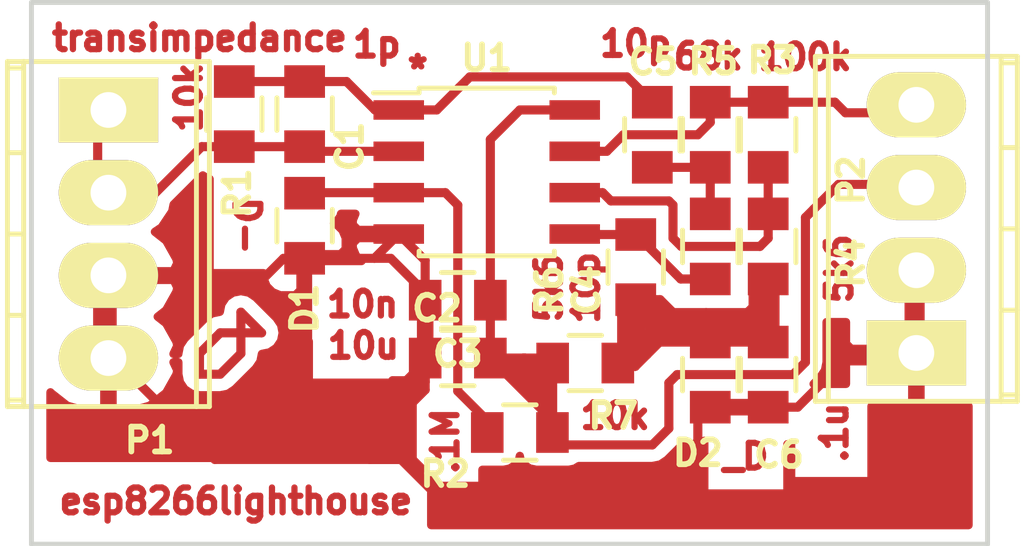
<source format=kicad_pcb>
(kicad_pcb (version 4) (host pcbnew 4.0.6-e0-6349~53~ubuntu16.04.1)

  (general
    (links 36)
    (no_connects 0)
    (area 35.839799 30.658999 67.843001 47.446001)
    (thickness 1.6)
    (drawings 22)
    (tracks 229)
    (zones 0)
    (modules 18)
    (nets 11)
  )

  (page User 134.62 134.62)
  (layers
    (0 F.Cu signal)
    (31 B.Cu signal)
    (32 B.Adhes user)
    (33 F.Adhes user)
    (34 B.Paste user)
    (35 F.Paste user)
    (36 B.SilkS user)
    (37 F.SilkS user)
    (38 B.Mask user)
    (39 F.Mask user)
    (40 Dwgs.User user)
    (41 Cmts.User user)
    (42 Eco1.User user)
    (43 Eco2.User user)
    (44 Edge.Cuts user)
    (45 Margin user)
    (46 B.CrtYd user)
    (47 F.CrtYd user)
    (48 B.Fab user)
    (49 F.Fab user)
  )

  (setup
    (last_trace_width 0.2794)
    (trace_clearance 0.2794)
    (zone_clearance 0.381)
    (zone_45_only no)
    (trace_min 0.2)
    (segment_width 0.2)
    (edge_width 0.15)
    (via_size 0.6)
    (via_drill 0.4)
    (via_min_size 0.4)
    (via_min_drill 0.3)
    (uvia_size 0.3)
    (uvia_drill 0.1)
    (uvias_allowed no)
    (uvia_min_size 0)
    (uvia_min_drill 0)
    (pcb_text_width 0.3)
    (pcb_text_size 0.762 0.762)
    (mod_edge_width 0.15)
    (mod_text_size 0.762 0.762)
    (mod_text_width 0.1778)
    (pad_size 1.99898 3.048)
    (pad_drill 1.09728)
    (pad_to_mask_clearance 0.2)
    (aux_axis_origin 0 0)
    (visible_elements FFFFFF7F)
    (pcbplotparams
      (layerselection 0x00000_00000001)
      (usegerberextensions false)
      (excludeedgelayer false)
      (linewidth 0.100000)
      (plotframeref false)
      (viasonmask false)
      (mode 1)
      (useauxorigin false)
      (hpglpennumber 1)
      (hpglpenspeed 20)
      (hpglpendiameter 15)
      (hpglpenoverlay 2)
      (psnegative false)
      (psa4output false)
      (plotreference true)
      (plotvalue true)
      (plotinvisibletext false)
      (padsonsilk false)
      (subtractmaskfromsilk false)
      (outputformat 2)
      (mirror false)
      (drillshape 0)
      (scaleselection 1)
      (outputdirectory ""))
  )

  (net 0 "")
  (net 1 "Net-(C1-Pad1)")
  (net 2 "Net-(C1-Pad2)")
  (net 3 +3V3)
  (net 4 GND)
  (net 5 "Net-(C4-Pad1)")
  (net 6 "Net-(C4-Pad2)")
  (net 7 "Net-(R3-Pad1)")
  (net 8 "Net-(P2-Pad4)")
  (net 9 VGND)
  (net 10 VG1)

  (net_class Default "This is the default net class."
    (clearance 0.2794)
    (trace_width 0.2794)
    (via_dia 0.6)
    (via_drill 0.4)
    (uvia_dia 0.3)
    (uvia_drill 0.1)
    (add_net +3V3)
    (add_net GND)
    (add_net "Net-(C1-Pad1)")
    (add_net "Net-(C1-Pad2)")
    (add_net "Net-(C4-Pad1)")
    (add_net "Net-(C4-Pad2)")
    (add_net "Net-(P2-Pad4)")
    (add_net "Net-(R3-Pad1)")
    (add_net VG1)
    (add_net VGND)
  )

  (module C_0805 (layer F.Cu) (tedit 58DD6B8B) (tstamp 58E0B6B1)
    (at 45.466 34.163 270)
    (descr "Capacitor SMD 0805, reflow soldering, AVX (see smccp.pdf)")
    (tags "capacitor 0805")
    (path /58DD3BE8)
    (attr smd)
    (fp_text reference C1 (at 0.99568 -1.38684 270) (layer F.SilkS)
      (effects (font (size 0.762 0.762) (thickness 0.1778)))
    )
    (fp_text value 10p (at 0.00508 0.03048 270) (layer F.Fab)
      (effects (font (size 0.762 0.762) (thickness 0.1778)))
    )
    (fp_line (start -1.8 -1) (end 1.8 -1) (layer F.CrtYd) (width 0.05))
    (fp_line (start -1.8 1) (end 1.8 1) (layer F.CrtYd) (width 0.05))
    (fp_line (start -1.8 -1) (end -1.8 1) (layer F.CrtYd) (width 0.05))
    (fp_line (start 1.8 -1) (end 1.8 1) (layer F.CrtYd) (width 0.05))
    (fp_line (start 0.5 -0.85) (end -0.5 -0.85) (layer F.SilkS) (width 0.15))
    (fp_line (start -0.5 0.85) (end 0.5 0.85) (layer F.SilkS) (width 0.15))
    (pad 1 smd rect (at -1 0 270) (size 1 1.25) (layers F.Cu F.Paste F.Mask)
      (net 1 "Net-(C1-Pad1)"))
    (pad 2 smd rect (at 1 0 270) (size 1 1.25) (layers F.Cu F.Paste F.Mask)
      (net 2 "Net-(C1-Pad2)"))
    (model Capacitors_SMD.3dshapes/C_0805.wrl
      (at (xyz 0 0 0))
      (scale (xyz 1 1 1))
      (rotate (xyz 0 0 0))
    )
  )

  (module C_0805 (layer F.Cu) (tedit 58DD5BCB) (tstamp 58E0B6BD)
    (at 50.165 41.656 180)
    (descr "Capacitor SMD 0805, reflow soldering, AVX (see smccp.pdf)")
    (tags "capacitor 0805")
    (path /58DD4042)
    (attr smd)
    (fp_text reference C2 (at 0.635 1.524 180) (layer F.SilkS)
      (effects (font (size 0.762 0.762) (thickness 0.1778)))
    )
    (fp_text value 10u (at 0 -0.02032 180) (layer F.Fab)
      (effects (font (size 0.762 0.762) (thickness 0.1778)))
    )
    (fp_line (start -1.8 -1) (end 1.8 -1) (layer F.CrtYd) (width 0.05))
    (fp_line (start -1.8 1) (end 1.8 1) (layer F.CrtYd) (width 0.05))
    (fp_line (start -1.8 -1) (end -1.8 1) (layer F.CrtYd) (width 0.05))
    (fp_line (start 1.8 -1) (end 1.8 1) (layer F.CrtYd) (width 0.05))
    (fp_line (start 0.5 -0.85) (end -0.5 -0.85) (layer F.SilkS) (width 0.15))
    (fp_line (start -0.5 0.85) (end 0.5 0.85) (layer F.SilkS) (width 0.15))
    (pad 1 smd rect (at -1 0 180) (size 1 1.25) (layers F.Cu F.Paste F.Mask)
      (net 3 +3V3))
    (pad 2 smd rect (at 1 0 180) (size 1 1.25) (layers F.Cu F.Paste F.Mask)
      (net 4 GND))
    (model Capacitors_SMD.3dshapes/C_0805.wrl
      (at (xyz 0 0 0))
      (scale (xyz 1 1 1))
      (rotate (xyz 0 0 0))
    )
  )

  (module C_0805 (layer F.Cu) (tedit 58DD5BCD) (tstamp 58E0B6C9)
    (at 50.165 39.878 180)
    (descr "Capacitor SMD 0805, reflow soldering, AVX (see smccp.pdf)")
    (tags "capacitor 0805")
    (path /58DD40AE)
    (attr smd)
    (fp_text reference C3 (at 0 -1.651 180) (layer F.SilkS)
      (effects (font (size 0.762 0.762) (thickness 0.1778)))
    )
    (fp_text value 10n (at 0.12192 0.02032 180) (layer F.Fab)
      (effects (font (size 0.762 0.762) (thickness 0.1778)))
    )
    (fp_line (start -1.8 -1) (end 1.8 -1) (layer F.CrtYd) (width 0.05))
    (fp_line (start -1.8 1) (end 1.8 1) (layer F.CrtYd) (width 0.05))
    (fp_line (start -1.8 -1) (end -1.8 1) (layer F.CrtYd) (width 0.05))
    (fp_line (start 1.8 -1) (end 1.8 1) (layer F.CrtYd) (width 0.05))
    (fp_line (start 0.5 -0.85) (end -0.5 -0.85) (layer F.SilkS) (width 0.15))
    (fp_line (start -0.5 0.85) (end 0.5 0.85) (layer F.SilkS) (width 0.15))
    (pad 1 smd rect (at -1 0 180) (size 1 1.25) (layers F.Cu F.Paste F.Mask)
      (net 3 +3V3))
    (pad 2 smd rect (at 1 0 180) (size 1 1.25) (layers F.Cu F.Paste F.Mask)
      (net 4 GND))
    (model Capacitors_SMD.3dshapes/C_0805.wrl
      (at (xyz 0 0 0))
      (scale (xyz 1 1 1))
      (rotate (xyz 0 0 0))
    )
  )

  (module C_0805 (layer F.Cu) (tedit 58DD6B59) (tstamp 58E0B6D5)
    (at 57.912 38.227 270)
    (descr "Capacitor SMD 0805, reflow soldering, AVX (see smccp.pdf)")
    (tags "capacitor 0805")
    (path /58DD469D)
    (attr smd)
    (fp_text reference C4 (at 1.3462 3.78968 450) (layer F.SilkS)
      (effects (font (size 0.762 0.762) (thickness 0.1778)))
    )
    (fp_text value 10p (at 0.03556 0.08128 270) (layer F.Fab)
      (effects (font (size 0.762 0.762) (thickness 0.1778)))
    )
    (fp_line (start -1.8 -1) (end 1.8 -1) (layer F.CrtYd) (width 0.05))
    (fp_line (start -1.8 1) (end 1.8 1) (layer F.CrtYd) (width 0.05))
    (fp_line (start -1.8 -1) (end -1.8 1) (layer F.CrtYd) (width 0.05))
    (fp_line (start 1.8 -1) (end 1.8 1) (layer F.CrtYd) (width 0.05))
    (fp_line (start 0.5 -0.85) (end -0.5 -0.85) (layer F.SilkS) (width 0.15))
    (fp_line (start -0.5 0.85) (end 0.5 0.85) (layer F.SilkS) (width 0.15))
    (pad 1 smd rect (at -1 0 270) (size 1 1.25) (layers F.Cu F.Paste F.Mask)
      (net 5 "Net-(C4-Pad1)"))
    (pad 2 smd rect (at 1 0 270) (size 1 1.25) (layers F.Cu F.Paste F.Mask)
      (net 6 "Net-(C4-Pad2)"))
    (model Capacitors_SMD.3dshapes/C_0805.wrl
      (at (xyz 0 0 0))
      (scale (xyz 1 1 1))
      (rotate (xyz 0 0 0))
    )
  )

  (module C_0805 (layer F.Cu) (tedit 58DD6B6C) (tstamp 58E0B6E1)
    (at 56.134 34.798 270)
    (descr "Capacitor SMD 0805, reflow soldering, AVX (see smccp.pdf)")
    (tags "capacitor 0805")
    (path /58DD4471)
    (attr smd)
    (fp_text reference C5 (at -2.24028 -0.03048 360) (layer F.SilkS)
      (effects (font (size 0.762 0.762) (thickness 0.1778)))
    )
    (fp_text value 10p (at 0.244263 0.1365 270) (layer F.Fab)
      (effects (font (size 0.762 0.762) (thickness 0.1778)))
    )
    (fp_line (start -1.8 -1) (end 1.8 -1) (layer F.CrtYd) (width 0.05))
    (fp_line (start -1.8 1) (end 1.8 1) (layer F.CrtYd) (width 0.05))
    (fp_line (start -1.8 -1) (end -1.8 1) (layer F.CrtYd) (width 0.05))
    (fp_line (start 1.8 -1) (end 1.8 1) (layer F.CrtYd) (width 0.05))
    (fp_line (start 0.5 -0.85) (end -0.5 -0.85) (layer F.SilkS) (width 0.15))
    (fp_line (start -0.5 0.85) (end 0.5 0.85) (layer F.SilkS) (width 0.15))
    (pad 1 smd rect (at -1 0 270) (size 1 1.25) (layers F.Cu F.Paste F.Mask)
      (net 1 "Net-(C1-Pad1)"))
    (pad 2 smd rect (at 1 0 270) (size 1 1.25) (layers F.Cu F.Paste F.Mask)
      (net 5 "Net-(C4-Pad1)"))
    (model Capacitors_SMD.3dshapes/C_0805.wrl
      (at (xyz 0 0 0))
      (scale (xyz 1 1 1))
      (rotate (xyz 0 0 0))
    )
  )

  (module TerminalBlock_Pheonix_MPT-2.54mm_4pol (layer F.Cu) (tedit 58DD6B3A) (tstamp 58E0B6F8)
    (at 39.4462 34.036 270)
    (descr "4-way 2.54mm pitch terminal block, Phoenix MPT series")
    (path /58DD428A)
    (fp_text reference P1 (at 10.14476 -1.26492 540) (layer F.SilkS)
      (effects (font (size 0.762 0.762) (thickness 0.1778)))
    )
    (fp_text value CONN_01X04 (at 5.31876 0.18288 270) (layer F.Fab)
      (effects (font (size 0.762 0.762) (thickness 0.1778)))
    )
    (fp_line (start -1.778 -3.302) (end 9.398 -3.302) (layer F.CrtYd) (width 0.05))
    (fp_line (start -1.778 3.302) (end -1.778 -3.302) (layer F.CrtYd) (width 0.05))
    (fp_line (start 9.398 3.302) (end -1.778 3.302) (layer F.CrtYd) (width 0.05))
    (fp_line (start 9.398 -3.302) (end 9.398 3.302) (layer F.CrtYd) (width 0.05))
    (fp_line (start 9.11098 -3.0988) (end -1.49098 -3.0988) (layer F.SilkS) (width 0.15))
    (fp_line (start -1.49098 -2.70002) (end 9.11098 -2.70002) (layer F.SilkS) (width 0.15))
    (fp_line (start -1.49098 2.60096) (end 9.11098 2.60096) (layer F.SilkS) (width 0.15))
    (fp_line (start 9.11098 3.0988) (end -1.49098 3.0988) (layer F.SilkS) (width 0.15))
    (fp_line (start 6.30682 2.60096) (end 6.30682 3.0988) (layer F.SilkS) (width 0.15))
    (fp_line (start 3.81 2.60096) (end 3.81 3.0988) (layer F.SilkS) (width 0.15))
    (fp_line (start -1.28778 3.0988) (end -1.28778 2.60096) (layer F.SilkS) (width 0.15))
    (fp_line (start 8.91032 2.60096) (end 8.91032 3.0988) (layer F.SilkS) (width 0.15))
    (fp_line (start 1.31318 3.0988) (end 1.31318 2.60096) (layer F.SilkS) (width 0.15))
    (fp_line (start 9.10844 3.0988) (end 9.10844 -3.0988) (layer F.SilkS) (width 0.15))
    (fp_line (start -1.4859 -3.0988) (end -1.4859 3.0988) (layer F.SilkS) (width 0.15))
    (pad 4 thru_hole oval (at 7.62 0 90) (size 1.99898 3.048) (drill 1.09728) (layers *.Cu *.Mask F.SilkS)
      (net 4 GND))
    (pad 1 thru_hole rect (at 0 0 90) (size 1.99898 3.048) (drill 1.09728) (layers *.Cu *.Mask F.SilkS)
      (net 2 "Net-(C1-Pad2)"))
    (pad 2 thru_hole oval (at 2.54 0 90) (size 1.99898 3.048) (drill 1.09728) (layers *.Cu *.Mask F.SilkS)
      (net 2 "Net-(C1-Pad2)"))
    (pad 3 thru_hole oval (at 5.08 0 90) (size 1.99898 3.048) (drill 1.09728) (layers *.Cu *.Mask F.SilkS)
      (net 4 GND))
    (model Terminal_Blocks.3dshapes/TerminalBlock_Pheonix_MPT-2.54mm_4pol.wrl
      (at (xyz 0.15 0 0))
      (scale (xyz 1 1 1))
      (rotate (xyz 0 0 0))
    )
  )

  (module TerminalBlock_Pheonix_MPT-2.54mm_4pol (layer F.Cu) (tedit 58DDD0D4) (tstamp 58E0B70F)
    (at 64.2366 41.49852 90)
    (descr "4-way 2.54mm pitch terminal block, Phoenix MPT series")
    (path /58DD50F7)
    (fp_text reference P2 (at 5.30352 -2.0066 90) (layer F.SilkS)
      (effects (font (size 0.762 0.762) (thickness 0.1778)))
    )
    (fp_text value CONN_01X04 (at 4.2418 0.03556 90) (layer F.Fab)
      (effects (font (size 0.762 0.762) (thickness 0.1778)))
    )
    (fp_line (start -1.778 -3.302) (end 9.398 -3.302) (layer F.CrtYd) (width 0.05))
    (fp_line (start -1.778 3.302) (end -1.778 -3.302) (layer F.CrtYd) (width 0.05))
    (fp_line (start 9.398 3.302) (end -1.778 3.302) (layer F.CrtYd) (width 0.05))
    (fp_line (start 9.398 -3.302) (end 9.398 3.302) (layer F.CrtYd) (width 0.05))
    (fp_line (start 9.11098 -3.0988) (end -1.49098 -3.0988) (layer F.SilkS) (width 0.15))
    (fp_line (start -1.49098 -2.70002) (end 9.11098 -2.70002) (layer F.SilkS) (width 0.15))
    (fp_line (start -1.49098 2.60096) (end 9.11098 2.60096) (layer F.SilkS) (width 0.15))
    (fp_line (start 9.11098 3.0988) (end -1.49098 3.0988) (layer F.SilkS) (width 0.15))
    (fp_line (start 6.30682 2.60096) (end 6.30682 3.0988) (layer F.SilkS) (width 0.15))
    (fp_line (start 3.81 2.60096) (end 3.81 3.0988) (layer F.SilkS) (width 0.15))
    (fp_line (start -1.28778 3.0988) (end -1.28778 2.60096) (layer F.SilkS) (width 0.15))
    (fp_line (start 8.91032 2.60096) (end 8.91032 3.0988) (layer F.SilkS) (width 0.15))
    (fp_line (start 1.31318 3.0988) (end 1.31318 2.60096) (layer F.SilkS) (width 0.15))
    (fp_line (start 9.10844 3.0988) (end 9.10844 -3.0988) (layer F.SilkS) (width 0.15))
    (fp_line (start -1.4859 -3.0988) (end -1.4859 3.0988) (layer F.SilkS) (width 0.15))
    (pad 4 thru_hole oval (at 7.62 0 270) (size 1.99898 3.048) (drill 1.09728) (layers *.Cu *.Mask F.SilkS)
      (net 8 "Net-(P2-Pad4)"))
    (pad 1 thru_hole rect (at 0 0 270) (size 1.99898 3.048) (drill 1.09728) (layers *.Cu *.Mask F.SilkS)
      (net 4 GND))
    (pad 2 thru_hole oval (at 2.54 0 270) (size 1.99898 3.048) (drill 1.09728) (layers *.Cu *.Mask F.SilkS)
      (net 4 GND))
    (pad 3 thru_hole oval (at 5.08 0 270) (size 1.99898 3.048) (drill 1.09728) (layers *.Cu *.Mask F.SilkS)
      (net 3 +3V3))
    (model Terminal_Blocks.3dshapes/TerminalBlock_Pheonix_MPT-2.54mm_4pol.wrl
      (at (xyz 0.15 0 0))
      (scale (xyz 1 1 1))
      (rotate (xyz 0 0 0))
    )
  )

  (module C_0805 (layer F.Cu) (tedit 58DD6B86) (tstamp 58E0B71B)
    (at 43.307 34.163 270)
    (descr "Capacitor SMD 0805, reflow soldering, AVX (see smccp.pdf)")
    (tags "capacitor 0805")
    (path /58DD3BB5)
    (attr smd)
    (fp_text reference R1 (at 2.42824 -0.08636 270) (layer F.SilkS)
      (effects (font (size 0.762 0.762) (thickness 0.1778)))
    )
    (fp_text value 10k (at -0.15748 0.10668 270) (layer F.Fab)
      (effects (font (size 0.762 0.762) (thickness 0.1778)))
    )
    (fp_line (start -1.8 -1) (end 1.8 -1) (layer F.CrtYd) (width 0.05))
    (fp_line (start -1.8 1) (end 1.8 1) (layer F.CrtYd) (width 0.05))
    (fp_line (start -1.8 -1) (end -1.8 1) (layer F.CrtYd) (width 0.05))
    (fp_line (start 1.8 -1) (end 1.8 1) (layer F.CrtYd) (width 0.05))
    (fp_line (start 0.5 -0.85) (end -0.5 -0.85) (layer F.SilkS) (width 0.15))
    (fp_line (start -0.5 0.85) (end 0.5 0.85) (layer F.SilkS) (width 0.15))
    (pad 1 smd rect (at -1 0 270) (size 1 1.25) (layers F.Cu F.Paste F.Mask)
      (net 1 "Net-(C1-Pad1)"))
    (pad 2 smd rect (at 1 0 270) (size 1 1.25) (layers F.Cu F.Paste F.Mask)
      (net 2 "Net-(C1-Pad2)"))
    (model Capacitors_SMD.3dshapes/C_0805.wrl
      (at (xyz 0 0 0))
      (scale (xyz 1 1 1))
      (rotate (xyz 0 0 0))
    )
  )

  (module C_0805 (layer F.Cu) (tedit 58DD5BD1) (tstamp 58E0B727)
    (at 52.07 43.942 180)
    (descr "Capacitor SMD 0805, reflow soldering, AVX (see smccp.pdf)")
    (tags "capacitor 0805")
    (path /58DD3F94)
    (attr smd)
    (fp_text reference R2 (at 2.286 -1.27 180) (layer F.SilkS)
      (effects (font (size 0.762 0.762) (thickness 0.1778)))
    )
    (fp_text value 100k (at 0.01016 0.10668 180) (layer F.Fab)
      (effects (font (size 0.762 0.762) (thickness 0.1778)))
    )
    (fp_line (start -1.8 -1) (end 1.8 -1) (layer F.CrtYd) (width 0.05))
    (fp_line (start -1.8 1) (end 1.8 1) (layer F.CrtYd) (width 0.05))
    (fp_line (start -1.8 -1) (end -1.8 1) (layer F.CrtYd) (width 0.05))
    (fp_line (start 1.8 -1) (end 1.8 1) (layer F.CrtYd) (width 0.05))
    (fp_line (start 0.5 -0.85) (end -0.5 -0.85) (layer F.SilkS) (width 0.15))
    (fp_line (start -0.5 0.85) (end 0.5 0.85) (layer F.SilkS) (width 0.15))
    (pad 1 smd rect (at -1 0 180) (size 1 1.25) (layers F.Cu F.Paste F.Mask)
      (net 3 +3V3))
    (pad 2 smd rect (at 1 0 180) (size 1 1.25) (layers F.Cu F.Paste F.Mask)
      (net 10 VG1))
    (model Capacitors_SMD.3dshapes/C_0805.wrl
      (at (xyz 0 0 0))
      (scale (xyz 1 1 1))
      (rotate (xyz 0 0 0))
    )
  )

  (module C_0805 (layer F.Cu) (tedit 58DD62C6) (tstamp 58E0B733)
    (at 59.69 34.798 90)
    (descr "Capacitor SMD 0805, reflow soldering, AVX (see smccp.pdf)")
    (tags "capacitor 0805")
    (path /58DD4B32)
    (attr smd)
    (fp_text reference R3 (at 2.286 0.127 180) (layer F.SilkS)
      (effects (font (size 0.762 0.762) (thickness 0.1778)))
    )
    (fp_text value 106k (at -0.06604 -0.03556 90) (layer F.Fab)
      (effects (font (size 0.762 0.762) (thickness 0.1778)))
    )
    (fp_line (start -1.8 -1) (end 1.8 -1) (layer F.CrtYd) (width 0.05))
    (fp_line (start -1.8 1) (end 1.8 1) (layer F.CrtYd) (width 0.05))
    (fp_line (start -1.8 -1) (end -1.8 1) (layer F.CrtYd) (width 0.05))
    (fp_line (start 1.8 -1) (end 1.8 1) (layer F.CrtYd) (width 0.05))
    (fp_line (start 0.5 -0.85) (end -0.5 -0.85) (layer F.SilkS) (width 0.15))
    (fp_line (start -0.5 0.85) (end 0.5 0.85) (layer F.SilkS) (width 0.15))
    (pad 1 smd rect (at -1 0 90) (size 1 1.25) (layers F.Cu F.Paste F.Mask)
      (net 7 "Net-(R3-Pad1)"))
    (pad 2 smd rect (at 1 0 90) (size 1 1.25) (layers F.Cu F.Paste F.Mask)
      (net 8 "Net-(P2-Pad4)"))
    (model Capacitors_SMD.3dshapes/C_0805.wrl
      (at (xyz 0 0 0))
      (scale (xyz 1 1 1))
      (rotate (xyz 0 0 0))
    )
  )

  (module C_0805 (layer F.Cu) (tedit 58DDD0E9) (tstamp 58E0B73F)
    (at 59.69 38.227 90)
    (descr "Capacitor SMD 0805, reflow soldering, AVX (see smccp.pdf)")
    (tags "capacitor 0805")
    (path /58DD4ACF)
    (attr smd)
    (fp_text reference R4 (at -0.508 2.54 270) (layer F.SilkS)
      (effects (font (size 0.762 0.762) (thickness 0.1778)))
    )
    (fp_text value 5.6k (at 0.04572 0.1016 90) (layer F.Fab)
      (effects (font (size 0.762 0.762) (thickness 0.1778)))
    )
    (fp_line (start -1.8 -1) (end 1.8 -1) (layer F.CrtYd) (width 0.05))
    (fp_line (start -1.8 1) (end 1.8 1) (layer F.CrtYd) (width 0.05))
    (fp_line (start -1.8 -1) (end -1.8 1) (layer F.CrtYd) (width 0.05))
    (fp_line (start 1.8 -1) (end 1.8 1) (layer F.CrtYd) (width 0.05))
    (fp_line (start 0.5 -0.85) (end -0.5 -0.85) (layer F.SilkS) (width 0.15))
    (fp_line (start -0.5 0.85) (end 0.5 0.85) (layer F.SilkS) (width 0.15))
    (pad 1 smd rect (at -1 0 90) (size 1 1.25) (layers F.Cu F.Paste F.Mask)
      (net 9 VGND))
    (pad 2 smd rect (at 1 0 90) (size 1 1.25) (layers F.Cu F.Paste F.Mask)
      (net 7 "Net-(R3-Pad1)"))
    (model Capacitors_SMD.3dshapes/C_0805.wrl
      (at (xyz 0 0 0))
      (scale (xyz 1 1 1))
      (rotate (xyz 0 0 0))
    )
  )

  (module C_0805 (layer F.Cu) (tedit 58DD6B73) (tstamp 58E0B74B)
    (at 57.912 34.798 90)
    (descr "Capacitor SMD 0805, reflow soldering, AVX (see smccp.pdf)")
    (tags "capacitor 0805")
    (path /58DD4557)
    (attr smd)
    (fp_text reference R5 (at 2.25044 0.09144 180) (layer F.SilkS)
      (effects (font (size 0.762 0.762) (thickness 0.1778)))
    )
    (fp_text value 68k (at 0.29972 0.02032 90) (layer F.Fab)
      (effects (font (size 0.762 0.762) (thickness 0.1778)))
    )
    (fp_line (start -1.8 -1) (end 1.8 -1) (layer F.CrtYd) (width 0.05))
    (fp_line (start -1.8 1) (end 1.8 1) (layer F.CrtYd) (width 0.05))
    (fp_line (start -1.8 -1) (end -1.8 1) (layer F.CrtYd) (width 0.05))
    (fp_line (start 1.8 -1) (end 1.8 1) (layer F.CrtYd) (width 0.05))
    (fp_line (start 0.5 -0.85) (end -0.5 -0.85) (layer F.SilkS) (width 0.15))
    (fp_line (start -0.5 0.85) (end 0.5 0.85) (layer F.SilkS) (width 0.15))
    (pad 1 smd rect (at -1 0 90) (size 1 1.25) (layers F.Cu F.Paste F.Mask)
      (net 5 "Net-(C4-Pad1)"))
    (pad 2 smd rect (at 1 0 90) (size 1 1.25) (layers F.Cu F.Paste F.Mask)
      (net 8 "Net-(P2-Pad4)"))
    (model Capacitors_SMD.3dshapes/C_0805.wrl
      (at (xyz 0 0 0))
      (scale (xyz 1 1 1))
      (rotate (xyz 0 0 0))
    )
  )

  (module C_0805 (layer F.Cu) (tedit 58DD6B5C) (tstamp 58E0B757)
    (at 55.626 38.862 90)
    (descr "Capacitor SMD 0805, reflow soldering, AVX (see smccp.pdf)")
    (tags "capacitor 0805")
    (path /58DD4928)
    (attr smd)
    (fp_text reference R6 (at -0.7112 -2.64668 90) (layer F.SilkS)
      (effects (font (size 0.762 0.762) (thickness 0.1778)))
    )
    (fp_text value 5.6k (at -0.08636 -0.05588 90) (layer F.Fab)
      (effects (font (size 0.762 0.762) (thickness 0.1778)))
    )
    (fp_line (start -1.8 -1) (end 1.8 -1) (layer F.CrtYd) (width 0.05))
    (fp_line (start -1.8 1) (end 1.8 1) (layer F.CrtYd) (width 0.05))
    (fp_line (start -1.8 -1) (end -1.8 1) (layer F.CrtYd) (width 0.05))
    (fp_line (start 1.8 -1) (end 1.8 1) (layer F.CrtYd) (width 0.05))
    (fp_line (start 0.5 -0.85) (end -0.5 -0.85) (layer F.SilkS) (width 0.15))
    (fp_line (start -0.5 0.85) (end 0.5 0.85) (layer F.SilkS) (width 0.15))
    (pad 1 smd rect (at -1 0 90) (size 1 1.25) (layers F.Cu F.Paste F.Mask)
      (net 9 VGND))
    (pad 2 smd rect (at 1 0 90) (size 1 1.25) (layers F.Cu F.Paste F.Mask)
      (net 6 "Net-(C4-Pad2)"))
    (model Capacitors_SMD.3dshapes/C_0805.wrl
      (at (xyz 0 0 0))
      (scale (xyz 1 1 1))
      (rotate (xyz 0 0 0))
    )
  )

  (module SOIC-8_3.9x4.9mm_Pitch1.27mm (layer F.Cu) (tedit 58DD5BC6) (tstamp 58E0B76E)
    (at 51.054 35.941)
    (descr "8-Lead Plastic Small Outline (SN) - Narrow, 3.90 mm Body [SOIC] (see Microchip Packaging Specification 00000049BS.pdf)")
    (tags "SOIC 1.27")
    (path /58DD3B39)
    (attr smd)
    (fp_text reference U1 (at 0 -3.5) (layer F.SilkS)
      (effects (font (size 0.762 0.762) (thickness 0.1778)))
    )
    (fp_text value DUALOPAMP (at -0.31496 1.27508) (layer F.Fab)
      (effects (font (size 0.762 0.762) (thickness 0.1778)))
    )
    (fp_line (start -3.75 -2.75) (end -3.75 2.75) (layer F.CrtYd) (width 0.05))
    (fp_line (start 3.75 -2.75) (end 3.75 2.75) (layer F.CrtYd) (width 0.05))
    (fp_line (start -3.75 -2.75) (end 3.75 -2.75) (layer F.CrtYd) (width 0.05))
    (fp_line (start -3.75 2.75) (end 3.75 2.75) (layer F.CrtYd) (width 0.05))
    (fp_line (start -2.075 -2.575) (end -2.075 -2.43) (layer F.SilkS) (width 0.15))
    (fp_line (start 2.075 -2.575) (end 2.075 -2.43) (layer F.SilkS) (width 0.15))
    (fp_line (start 2.075 2.575) (end 2.075 2.43) (layer F.SilkS) (width 0.15))
    (fp_line (start -2.075 2.575) (end -2.075 2.43) (layer F.SilkS) (width 0.15))
    (fp_line (start -2.075 -2.575) (end 2.075 -2.575) (layer F.SilkS) (width 0.15))
    (fp_line (start -2.075 2.575) (end 2.075 2.575) (layer F.SilkS) (width 0.15))
    (fp_line (start -2.075 -2.43) (end -3.475 -2.43) (layer F.SilkS) (width 0.15))
    (pad 1 smd rect (at -2.7 -1.905) (size 1.55 0.6) (layers F.Cu F.Paste F.Mask)
      (net 1 "Net-(C1-Pad1)"))
    (pad 2 smd rect (at -2.7 -0.635) (size 1.55 0.6) (layers F.Cu F.Paste F.Mask)
      (net 2 "Net-(C1-Pad2)"))
    (pad 3 smd rect (at -2.7 0.635) (size 1.55 0.6) (layers F.Cu F.Paste F.Mask)
      (net 10 VG1))
    (pad 4 smd rect (at -2.7 1.905) (size 1.55 0.6) (layers F.Cu F.Paste F.Mask)
      (net 4 GND))
    (pad 5 smd rect (at 2.7 1.905) (size 1.55 0.6) (layers F.Cu F.Paste F.Mask)
      (net 6 "Net-(C4-Pad2)"))
    (pad 6 smd rect (at 2.7 0.635) (size 1.55 0.6) (layers F.Cu F.Paste F.Mask)
      (net 7 "Net-(R3-Pad1)"))
    (pad 7 smd rect (at 2.7 -0.635) (size 1.55 0.6) (layers F.Cu F.Paste F.Mask)
      (net 8 "Net-(P2-Pad4)"))
    (pad 8 smd rect (at 2.7 -1.905) (size 1.55 0.6) (layers F.Cu F.Paste F.Mask)
      (net 3 +3V3))
    (model Housings_SOIC.3dshapes/SOIC-8_3.9x4.9mm_Pitch1.27mm.wrl
      (at (xyz 0 0 0))
      (scale (xyz 1 1 1))
      (rotate (xyz 0 0 0))
    )
  )

  (module C_0805 (layer F.Cu) (tedit 58DD5BC8) (tstamp 58E0B7E8)
    (at 45.466 37.592 90)
    (descr "Capacitor SMD 0805, reflow soldering, AVX (see smccp.pdf)")
    (tags "capacitor 0805")
    (path /58DD3E79)
    (attr smd)
    (fp_text reference D1 (at -2.54 0 90) (layer F.SilkS)
      (effects (font (size 0.762 0.762) (thickness 0.1778)))
    )
    (fp_text value BLUE (at -0.22352 -0.17272 90) (layer F.Fab)
      (effects (font (size 0.762 0.762) (thickness 0.1778)))
    )
    (fp_line (start -1.8 -1) (end 1.8 -1) (layer F.CrtYd) (width 0.05))
    (fp_line (start -1.8 1) (end 1.8 1) (layer F.CrtYd) (width 0.05))
    (fp_line (start -1.8 -1) (end -1.8 1) (layer F.CrtYd) (width 0.05))
    (fp_line (start 1.8 -1) (end 1.8 1) (layer F.CrtYd) (width 0.05))
    (fp_line (start 0.5 -0.85) (end -0.5 -0.85) (layer F.SilkS) (width 0.15))
    (fp_line (start -0.5 0.85) (end 0.5 0.85) (layer F.SilkS) (width 0.15))
    (pad 1 smd rect (at -1 0 90) (size 1 1.25) (layers F.Cu F.Paste F.Mask)
      (net 4 GND))
    (pad 2 smd rect (at 1 0 90) (size 1 1.25) (layers F.Cu F.Paste F.Mask)
      (net 10 VG1))
    (model Capacitors_SMD.3dshapes/C_0805.wrl
      (at (xyz 0 0 0))
      (scale (xyz 1 1 1))
      (rotate (xyz 0 0 0))
    )
  )

  (module C_0805 (layer F.Cu) (tedit 58DD6B47) (tstamp 58E0B9E6)
    (at 59.69 42.164 270)
    (descr "Capacitor SMD 0805, reflow soldering, AVX (see smccp.pdf)")
    (tags "capacitor 0805")
    (path /58DD59D8)
    (attr smd)
    (fp_text reference C6 (at 2.4638 -0.3302 360) (layer F.SilkS)
      (effects (font (size 0.762 0.762) (thickness 0.1778)))
    )
    (fp_text value 100n (at 0.197566 -0.542407 270) (layer F.Fab)
      (effects (font (size 0.762 0.762) (thickness 0.1778)))
    )
    (fp_line (start -1.8 -1) (end 1.8 -1) (layer F.CrtYd) (width 0.05))
    (fp_line (start -1.8 1) (end 1.8 1) (layer F.CrtYd) (width 0.05))
    (fp_line (start -1.8 -1) (end -1.8 1) (layer F.CrtYd) (width 0.05))
    (fp_line (start 1.8 -1) (end 1.8 1) (layer F.CrtYd) (width 0.05))
    (fp_line (start 0.5 -0.85) (end -0.5 -0.85) (layer F.SilkS) (width 0.15))
    (fp_line (start -0.5 0.85) (end 0.5 0.85) (layer F.SilkS) (width 0.15))
    (pad 1 smd rect (at -1 0 270) (size 1 1.25) (layers F.Cu F.Paste F.Mask)
      (net 9 VGND))
    (pad 2 smd rect (at 1 0 270) (size 1 1.25) (layers F.Cu F.Paste F.Mask)
      (net 4 GND))
    (model Capacitors_SMD.3dshapes/C_0805.wrl
      (at (xyz 0 0 0))
      (scale (xyz 1 1 1))
      (rotate (xyz 0 0 0))
    )
  )

  (module C_0805 (layer F.Cu) (tedit 58DD6B45) (tstamp 58E0C00C)
    (at 57.912 42.164 90)
    (descr "Capacitor SMD 0805, reflow soldering, AVX (see smccp.pdf)")
    (tags "capacitor 0805")
    (path /58DD6110)
    (attr smd)
    (fp_text reference D2 (at -2.40792 -0.381 180) (layer F.SilkS)
      (effects (font (size 0.762 0.762) (thickness 0.1778)))
    )
    (fp_text value BLUE (at -0.14224 0.02032 90) (layer F.Fab)
      (effects (font (size 0.762 0.762) (thickness 0.1778)))
    )
    (fp_line (start -1.8 -1) (end 1.8 -1) (layer F.CrtYd) (width 0.05))
    (fp_line (start -1.8 1) (end 1.8 1) (layer F.CrtYd) (width 0.05))
    (fp_line (start -1.8 -1) (end -1.8 1) (layer F.CrtYd) (width 0.05))
    (fp_line (start 1.8 -1) (end 1.8 1) (layer F.CrtYd) (width 0.05))
    (fp_line (start 0.5 -0.85) (end -0.5 -0.85) (layer F.SilkS) (width 0.15))
    (fp_line (start -0.5 0.85) (end 0.5 0.85) (layer F.SilkS) (width 0.15))
    (pad 1 smd rect (at -1 0 90) (size 1 1.25) (layers F.Cu F.Paste F.Mask)
      (net 4 GND))
    (pad 2 smd rect (at 1 0 90) (size 1 1.25) (layers F.Cu F.Paste F.Mask)
      (net 9 VGND))
    (model Capacitors_SMD.3dshapes/C_0805.wrl
      (at (xyz 0 0 0))
      (scale (xyz 1 1 1))
      (rotate (xyz 0 0 0))
    )
  )

  (module C_0805 (layer F.Cu) (tedit 58DD6B53) (tstamp 58E0C018)
    (at 54.0766 41.8084)
    (descr "Capacitor SMD 0805, reflow soldering, AVX (see smccp.pdf)")
    (tags "capacitor 0805")
    (path /58DD634D)
    (attr smd)
    (fp_text reference R7 (at 0.85852 1.62052) (layer F.SilkS)
      (effects (font (size 0.762 0.762) (thickness 0.1778)))
    )
    (fp_text value 10k (at -0.14224 0.16256) (layer F.Fab)
      (effects (font (size 0.762 0.762) (thickness 0.1778)))
    )
    (fp_line (start -1.8 -1) (end 1.8 -1) (layer F.CrtYd) (width 0.05))
    (fp_line (start -1.8 1) (end 1.8 1) (layer F.CrtYd) (width 0.05))
    (fp_line (start -1.8 -1) (end -1.8 1) (layer F.CrtYd) (width 0.05))
    (fp_line (start 1.8 -1) (end 1.8 1) (layer F.CrtYd) (width 0.05))
    (fp_line (start 0.5 -0.85) (end -0.5 -0.85) (layer F.SilkS) (width 0.15))
    (fp_line (start -0.5 0.85) (end 0.5 0.85) (layer F.SilkS) (width 0.15))
    (pad 1 smd rect (at -1 0) (size 1 1.25) (layers F.Cu F.Paste F.Mask)
      (net 3 +3V3))
    (pad 2 smd rect (at 1 0) (size 1 1.25) (layers F.Cu F.Paste F.Mask)
      (net 9 VGND))
    (model Capacitors_SMD.3dshapes/C_0805.wrl
      (at (xyz 0 0 0))
      (scale (xyz 1 1 1))
      (rotate (xyz 0 0 0))
    )
  )

  (gr_line (start 37.084 47.371) (end 37.084 30.734) (angle 90) (layer Edge.Cuts) (width 0.15))
  (gr_line (start 66.421 47.371) (end 37.084 47.371) (angle 90) (layer Edge.Cuts) (width 0.15))
  (gr_line (start 66.421 30.734) (end 66.421 47.371) (angle 90) (layer Edge.Cuts) (width 0.15))
  (gr_line (start 37.084 30.734) (end 66.421 30.734) (angle 90) (layer Edge.Cuts) (width 0.15))
  (gr_text esp8266lighthouse (at 43.3578 46.0502) (layer F.Cu)
    (effects (font (size 0.762 0.762) (thickness 0.1905)))
  )
  (gr_text transimpedance (at 42.2402 31.8262) (layer F.Cu)
    (effects (font (size 0.762 0.762) (thickness 0.1905)))
  )
  (gr_text 5k6 (at 61.8744 38.9128 90) (layer F.Cu)
    (effects (font (size 0.762 0.762) (thickness 0.1905)))
  )
  (gr_text 10p (at 54.102 39.497 90) (layer F.Cu)
    (effects (font (size 0.762 0.762) (thickness 0.1905)))
  )
  (gr_text .1u (at 61.722 43.942 90) (layer F.Cu)
    (effects (font (size 0.762 0.762) (thickness 0.1905)))
  )
  (gr_text _D (at 59.0042 44.6786) (layer F.Cu)
    (effects (font (size 0.762 0.762) (thickness 0.1905)))
  )
  (gr_text 5k6 (at 52.959 39.497 90) (layer F.Cu)
    (effects (font (size 0.762 0.762) (thickness 0.1905)))
  )
  (gr_text 100k (at 60.82284 32.4104) (layer F.Cu)
    (effects (font (size 0.762 0.762) (thickness 0.1905)))
  )
  (gr_text 68k (at 57.85104 32.39008) (layer F.Cu)
    (effects (font (size 0.762 0.762) (thickness 0.1905)))
  )
  (gr_text 10p (at 55.626 32.004) (layer F.Cu)
    (effects (font (size 0.762 0.762) (thickness 0.1905)))
  )
  (gr_text * (at 48.93564 32.7914) (layer F.Cu)
    (effects (font (size 0.762 0.762) (thickness 0.1905)))
  )
  (gr_text 10k (at 54.991 43.434) (layer F.Cu)
    (effects (font (size 0.762 0.762) (thickness 0.1905)))
  )
  (gr_text 10u (at 47.2694 41.275) (layer F.Cu)
    (effects (font (size 0.762 0.762) (thickness 0.1905)))
  )
  (gr_text 10n (at 47.244 40.005) (layer F.Cu)
    (effects (font (size 0.762 0.762) (thickness 0.1905)))
  )
  (gr_text 1p (at 47.68088 32.02432) (layer F.Cu)
    (effects (font (size 0.762 0.762) (thickness 0.1905)))
  )
  (gr_text 10k (at 41.91 33.655 90) (layer F.Cu)
    (effects (font (size 0.762 0.762) (thickness 0.1905)))
  )
  (gr_text D- (at 43.688 37.592 270) (layer F.Cu)
    (effects (font (size 0.762 0.762) (thickness 0.1905)))
  )
  (gr_text .1M (at 49.784 44.20616 90) (layer F.Cu)
    (effects (font (size 0.762 0.762) (thickness 0.1905)))
  )

  (segment (start 42.2402 42.1513) (end 42.2402 41.5163) (width 0.2794) (layer F.Cu) (net 0))
  (segment (start 42.8752 42.1513) (end 42.2402 42.1513) (width 0.2794) (layer F.Cu) (net 0) (tstamp 58E0BF61))
  (segment (start 43.5102 41.5163) (end 42.8752 42.1513) (width 0.2794) (layer F.Cu) (net 0) (tstamp 58E0BF60))
  (segment (start 43.5102 40.8813) (end 43.5102 41.5163) (width 0.2794) (layer F.Cu) (net 0) (tstamp 58E0BF5F))
  (segment (start 42.8752 40.8813) (end 43.5102 40.8813) (width 0.2794) (layer F.Cu) (net 0) (tstamp 58E0BF5B))
  (segment (start 42.2402 41.5163) (end 42.8752 40.8813) (width 0.2794) (layer F.Cu) (net 0) (tstamp 58E0BF5A))
  (segment (start 43.5102 40.8813) (end 43.5102 40.2463) (width 0.2794) (layer F.Cu) (net 0) (tstamp 58E0BF5C))
  (segment (start 43.5102 40.2463) (end 44.1452 40.8813) (width 0.2794) (layer F.Cu) (net 0) (tstamp 58E0BF5D))
  (segment (start 44.1452 40.8813) (end 43.5102 40.8813) (width 0.2794) (layer F.Cu) (net 0) (tstamp 58E0BF5E))
  (segment (start 50.21148 33.34436) (end 50.53584 33.02) (width 0.2794) (layer F.Cu) (net 1))
  (segment (start 49.51984 34.036) (end 50.21148 33.34436) (width 0.2794) (layer F.Cu) (net 1) (tstamp 58E0C24F))
  (segment (start 48.354 34.036) (end 49.51984 34.036) (width 0.2794) (layer F.Cu) (net 1))
  (segment (start 55.356 33.02) (end 56.134 33.798) (width 0.2794) (layer F.Cu) (net 1) (tstamp 58E0C486))
  (segment (start 50.53584 33.02) (end 55.356 33.02) (width 0.2794) (layer F.Cu) (net 1) (tstamp 58E0C485))
  (segment (start 45.466 33.163) (end 43.307 33.163) (width 0.2794) (layer F.Cu) (net 1))
  (segment (start 48.354 34.036) (end 47.625 34.036) (width 0.2794) (layer F.Cu) (net 1))
  (segment (start 47.625 34.036) (end 46.752 33.163) (width 0.2794) (layer F.Cu) (net 1) (tstamp 58E0BA34))
  (segment (start 46.752 33.163) (end 45.466 33.163) (width 0.2794) (layer F.Cu) (net 1) (tstamp 58E0BA35))
  (segment (start 42.307 35.163) (end 43.307 35.163) (width 0.2794) (layer F.Cu) (net 2) (tstamp 58E0BCDE))
  (segment (start 45.466 35.163) (end 43.307 35.163) (width 0.2794) (layer F.Cu) (net 2))
  (segment (start 48.354 35.306) (end 45.609 35.306) (width 0.2794) (layer F.Cu) (net 2))
  (segment (start 45.609 35.306) (end 45.466 35.163) (width 0.2794) (layer F.Cu) (net 2) (tstamp 58E0BA2F))
  (segment (start 39.116 36.703) (end 40.767 36.703) (width 0.2794) (layer F.Cu) (net 2))
  (segment (start 40.767 36.703) (end 42.307 35.163) (width 0.2794) (layer F.Cu) (net 2) (tstamp 58E0BCDC))
  (segment (start 39.116 36.703) (end 39.116 34.163) (width 0.2794) (layer F.Cu) (net 2))
  (segment (start 52.46116 41.8846) (end 51.74488 41.8846) (width 0.2794) (layer F.Cu) (net 3))
  (segment (start 51.74488 41.8846) (end 51.56924 42.06024) (width 0.2794) (layer F.Cu) (net 3) (tstamp 58E0C8D2))
  (segment (start 51.56924 42.06024) (end 51.165 41.656) (width 0.2794) (layer F.Cu) (net 3) (tstamp 58E0C8D4))
  (segment (start 52.16652 41.656) (end 52.23256 41.656) (width 0.2794) (layer F.Cu) (net 3))
  (segment (start 52.23256 41.656) (end 52.46116 41.8846) (width 0.2794) (layer F.Cu) (net 3) (tstamp 58E0C8CD))
  (segment (start 52.46116 41.8846) (end 52.47132 41.89476) (width 0.2794) (layer F.Cu) (net 3) (tstamp 58E0C8D0))
  (segment (start 53.0766 41.8084) (end 52.76596 41.8084) (width 0.2794) (layer F.Cu) (net 3))
  (segment (start 52.76596 41.8084) (end 52.6796 41.89476) (width 0.2794) (layer F.Cu) (net 3) (tstamp 58E0C8C1))
  (segment (start 52.6796 41.89476) (end 52.47132 41.89476) (width 0.2794) (layer F.Cu) (net 3) (tstamp 58E0C8C2))
  (segment (start 52.15128 42.10304) (end 52.26304 42.10304) (width 0.2794) (layer F.Cu) (net 3))
  (segment (start 52.26304 42.10304) (end 52.47132 41.89476) (width 0.2794) (layer F.Cu) (net 3) (tstamp 58E0C8BE))
  (segment (start 52.47132 41.89476) (end 52.49164 41.87444) (width 0.2794) (layer F.Cu) (net 3) (tstamp 58E0C8C5))
  (segment (start 52.23002 42.18178) (end 52.23002 42.4307) (width 0.2794) (layer F.Cu) (net 3))
  (segment (start 52.23002 42.4307) (end 52.71516 42.91584) (width 0.2794) (layer F.Cu) (net 3) (tstamp 58E0C8BB))
  (segment (start 51.165 41.656) (end 51.49596 41.656) (width 0.2794) (layer F.Cu) (net 3))
  (segment (start 51.49596 41.656) (end 51.73472 41.89476) (width 0.2794) (layer F.Cu) (net 3) (tstamp 58E0C8A8))
  (segment (start 52.8574 43.14444) (end 52.91328 43.20032) (width 0.2794) (layer F.Cu) (net 3) (tstamp 58E0C8B6))
  (segment (start 52.8574 43.021) (end 52.8574 43.14444) (width 0.2794) (layer F.Cu) (net 3) (tstamp 58E0C8B5))
  (segment (start 52.94884 42.92956) (end 52.8574 43.021) (width 0.2794) (layer F.Cu) (net 3) (tstamp 58E0C8B4))
  (segment (start 52.94884 42.83456) (end 52.94884 42.92956) (width 0.2794) (layer F.Cu) (net 3) (tstamp 58E0C8B3))
  (segment (start 52.46624 42.35196) (end 52.94884 42.83456) (width 0.2794) (layer F.Cu) (net 3) (tstamp 58E0C8B2))
  (segment (start 52.4002 42.35196) (end 52.46624 42.35196) (width 0.2794) (layer F.Cu) (net 3) (tstamp 58E0C8B1))
  (segment (start 52.15128 42.10304) (end 52.23002 42.18178) (width 0.2794) (layer F.Cu) (net 3) (tstamp 58E0C8B0))
  (segment (start 52.23002 42.18178) (end 52.4002 42.35196) (width 0.2794) (layer F.Cu) (net 3) (tstamp 58E0C8B9))
  (segment (start 51.8922 42.10304) (end 52.15128 42.10304) (width 0.2794) (layer F.Cu) (net 3) (tstamp 58E0C8AF))
  (segment (start 52.0954 42.30624) (end 51.8922 42.10304) (width 0.2794) (layer F.Cu) (net 3) (tstamp 58E0C8AE))
  (segment (start 52.0954 42.3672) (end 52.0954 42.30624) (width 0.2794) (layer F.Cu) (net 3) (tstamp 58E0C8AD))
  (segment (start 52.2732 42.545) (end 52.0954 42.3672) (width 0.2794) (layer F.Cu) (net 3) (tstamp 58E0C8AC))
  (segment (start 52.90312 42.545) (end 52.2732 42.545) (width 0.2794) (layer F.Cu) (net 3) (tstamp 58E0C8AB))
  (segment (start 52.25288 41.89476) (end 52.90312 42.545) (width 0.2794) (layer F.Cu) (net 3) (tstamp 58E0C8AA))
  (segment (start 51.73472 41.89476) (end 52.25288 41.89476) (width 0.2794) (layer F.Cu) (net 3) (tstamp 58E0C8A9))
  (segment (start 53.07 43.942) (end 53.07 43.561) (width 0.2794) (layer F.Cu) (net 3))
  (segment (start 53.07 43.561) (end 51.165 41.656) (width 0.2794) (layer F.Cu) (net 3) (tstamp 58E0C8A5))
  (segment (start 51.165 39.878) (end 51.165 34.941) (width 0.2794) (layer F.Cu) (net 3))
  (segment (start 52.07 34.036) (end 53.754 34.036) (width 0.2794) (layer F.Cu) (net 3) (tstamp 58E0C6B6))
  (segment (start 51.165 34.941) (end 52.07 34.036) (width 0.2794) (layer F.Cu) (net 3) (tstamp 58E0C6B5))
  (segment (start 51.165 41.656) (end 51.165 39.878) (width 0.2794) (layer F.Cu) (net 3))
  (segment (start 53.0766 41.8084) (end 53.0766 43.9354) (width 0.2794) (layer F.Cu) (net 3))
  (segment (start 53.0766 43.9354) (end 53.07 43.942) (width 0.2794) (layer F.Cu) (net 3) (tstamp 58E0C6B0))
  (segment (start 51.165 41.656) (end 52.16652 41.656) (width 0.2794) (layer F.Cu) (net 3))
  (segment (start 52.16652 41.656) (end 52.9242 41.656) (width 0.2794) (layer F.Cu) (net 3) (tstamp 58E0C8CB))
  (segment (start 52.9242 41.656) (end 53.0766 41.8084) (width 0.2794) (layer F.Cu) (net 3) (tstamp 58E0C6AD))
  (segment (start 56.134 44.323) (end 53.451 44.323) (width 0.2794) (layer F.Cu) (net 3) (tstamp 58E0C64D))
  (segment (start 53.451 44.323) (end 53.07 43.942) (width 0.2794) (layer F.Cu) (net 3) (tstamp 58E0C64E))
  (segment (start 53.07 43.942) (end 53.34 43.942) (width 0.2794) (layer F.Cu) (net 3))
  (segment (start 56.642 43.815) (end 56.134 44.323) (width 0.2794) (layer F.Cu) (net 3) (tstamp 58E0C64C))
  (segment (start 56.642 42.418) (end 56.642 43.815) (width 0.2794) (layer F.Cu) (net 3) (tstamp 58E0C64B))
  (segment (start 56.896 42.164) (end 56.642 42.418) (width 0.2794) (layer F.Cu) (net 3) (tstamp 58E0C64A))
  (segment (start 61.087 37.084) (end 61.849 36.322) (width 0.2794) (layer F.Cu) (net 3))
  (segment (start 61.849 36.322) (end 64.262 36.322) (width 0.2794) (layer F.Cu) (net 3) (tstamp 58E0C6C1))
  (segment (start 64.262 36.322) (end 62.992 36.322) (width 0.2794) (layer F.Cu) (net 3))
  (segment (start 61.087 37.084) (end 61.087 37.084) (width 0.2794) (layer F.Cu) (net 3) (tstamp 58E0C646))
  (segment (start 61.087 37.084) (end 60.833 37.338) (width 0.2794) (layer F.Cu) (net 3) (tstamp 58E0C6BF))
  (segment (start 60.833 37.338) (end 60.833 41.783) (width 0.2794) (layer F.Cu) (net 3) (tstamp 58E0C647))
  (segment (start 60.833 41.783) (end 60.452 42.164) (width 0.2794) (layer F.Cu) (net 3) (tstamp 58E0C648))
  (segment (start 60.452 42.164) (end 56.896 42.164) (width 0.2794) (layer F.Cu) (net 3) (tstamp 58E0C649))
  (segment (start 49.165 39.878) (end 49.165 39.65016) (width 0.2794) (layer F.Cu) (net 4))
  (segment (start 49.165 39.65016) (end 48.10684 38.592) (width 0.2794) (layer F.Cu) (net 4) (tstamp 58E0C8DC))
  (segment (start 48.10684 38.592) (end 47.608 38.592) (width 0.2794) (layer F.Cu) (net 4) (tstamp 58E0C8DD))
  (segment (start 49.165 39.878) (end 49.165 38.657) (width 0.2794) (layer F.Cu) (net 4))
  (segment (start 49.165 38.657) (end 48.354 37.846) (width 0.2794) (layer F.Cu) (net 4) (tstamp 58E0C8D6))
  (segment (start 48.58512 42.35196) (end 48.16856 42.35196) (width 0.2794) (layer F.Cu) (net 4))
  (segment (start 48.59528 42.77868) (end 48.77816 42.77868) (width 0.2794) (layer F.Cu) (net 4) (tstamp 58E0C8A0))
  (segment (start 48.16856 42.35196) (end 48.59528 42.77868) (width 0.2794) (layer F.Cu) (net 4) (tstamp 58E0C89F))
  (segment (start 49.165 41.656) (end 49.165 42.39184) (width 0.2794) (layer F.Cu) (net 4))
  (segment (start 48.77816 42.60596) (end 48.77816 42.4688) (width 0.2794) (layer F.Cu) (net 4) (tstamp 58E0C89A))
  (segment (start 48.95088 42.60596) (end 48.77816 42.60596) (width 0.2794) (layer F.Cu) (net 4) (tstamp 58E0C898))
  (segment (start 49.165 42.39184) (end 48.95088 42.60596) (width 0.2794) (layer F.Cu) (net 4) (tstamp 58E0C897))
  (segment (start 49.165 41.656) (end 49.165 42.08196) (width 0.2794) (layer F.Cu) (net 4))
  (segment (start 49.165 42.08196) (end 48.77816 42.4688) (width 0.2794) (layer F.Cu) (net 4) (tstamp 58E0C891))
  (segment (start 48.77816 42.4688) (end 48.77816 42.4688) (width 0.2794) (layer F.Cu) (net 4) (tstamp 58E0C89B))
  (segment (start 48.77816 43.01744) (end 48.768 43.01744) (width 0.2794) (layer F.Cu) (net 4) (tstamp 58E0C894))
  (segment (start 48.77816 42.77868) (end 48.77816 43.01744) (width 0.2794) (layer F.Cu) (net 4) (tstamp 58E0C8A3))
  (segment (start 48.77816 42.4688) (end 48.77816 42.77868) (width 0.2794) (layer F.Cu) (net 4) (tstamp 58E0C892))
  (segment (start 47.4726 44.77004) (end 48.42256 44.77004) (width 0.2794) (layer F.Cu) (net 4))
  (segment (start 50.70856 45.8216) (end 50.93716 45.593) (width 0.2794) (layer F.Cu) (net 4) (tstamp 58E0C88C))
  (segment (start 49.47412 45.8216) (end 50.70856 45.8216) (width 0.2794) (layer F.Cu) (net 4) (tstamp 58E0C88B))
  (segment (start 48.42256 44.77004) (end 49.47412 45.8216) (width 0.2794) (layer F.Cu) (net 4) (tstamp 58E0C88A))
  (segment (start 49.165 41.656) (end 49.165 41.77208) (width 0.2794) (layer F.Cu) (net 4))
  (segment (start 49.165 41.77208) (end 48.58512 42.35196) (width 0.2794) (layer F.Cu) (net 4) (tstamp 58E0C84E))
  (segment (start 48.58512 42.35196) (end 48.54956 42.38752) (width 0.2794) (layer F.Cu) (net 4) (tstamp 58E0C89D))
  (segment (start 48.54956 44.77004) (end 48.768 44.77004) (width 0.2794) (layer F.Cu) (net 4) (tstamp 58E0C850))
  (segment (start 48.54956 42.38752) (end 48.54956 44.77004) (width 0.2794) (layer F.Cu) (net 4) (tstamp 58E0C84F))
  (segment (start 48.768 44.77004) (end 47.4726 44.77004) (width 0.2794) (layer F.Cu) (net 4))
  (segment (start 47.4726 44.77004) (end 42.71264 44.77004) (width 0.2794) (layer F.Cu) (net 4) (tstamp 58E0C888))
  (segment (start 41.7068 43.7642) (end 39.7256 41.783) (width 0.2794) (layer F.Cu) (net 4) (tstamp 58E0C6DF))
  (segment (start 42.71264 44.77004) (end 41.7068 43.7642) (width 0.2794) (layer F.Cu) (net 4) (tstamp 58E0C849))
  (segment (start 49.165 41.656) (end 49.165 42.6306) (width 0.2794) (layer F.Cu) (net 4))
  (segment (start 57.531 44.2214) (end 57.531 43.545) (width 0.2794) (layer F.Cu) (net 4) (tstamp 58E0C6D3))
  (segment (start 50.93716 45.593) (end 56.1594 45.593) (width 0.2794) (layer F.Cu) (net 4) (tstamp 58E0C88F))
  (segment (start 56.1594 45.593) (end 56.4896 45.2628) (width 0.2794) (layer F.Cu) (net 4) (tstamp 58E0C844))
  (segment (start 57.531 44.2214) (end 56.4896 45.2628) (width 0.2794) (layer F.Cu) (net 4) (tstamp 58E0C6D4))
  (segment (start 49.59096 45.593) (end 50.93716 45.593) (width 0.2794) (layer F.Cu) (net 4) (tstamp 58E0C843))
  (segment (start 48.768 44.77004) (end 49.59096 45.593) (width 0.2794) (layer F.Cu) (net 4) (tstamp 58E0C847))
  (segment (start 48.768 44.77004) (end 48.768 44.77004) (width 0.2794) (layer F.Cu) (net 4) (tstamp 58E0C842))
  (segment (start 48.768 43.0276) (end 48.768 43.01744) (width 0.2794) (layer F.Cu) (net 4) (tstamp 58E0C841))
  (segment (start 48.768 43.01744) (end 48.768 44.77004) (width 0.2794) (layer F.Cu) (net 4) (tstamp 58E0C895))
  (segment (start 49.165 42.6306) (end 48.768 43.0276) (width 0.2794) (layer F.Cu) (net 4) (tstamp 58E0C840))
  (segment (start 64.01308 39.20236) (end 64.01308 41.74236) (width 0.2794) (layer F.Cu) (net 4))
  (segment (start 39.116 41.783) (end 39.7256 41.783) (width 0.2794) (layer F.Cu) (net 4))
  (segment (start 44.1706 39.243) (end 39.116 39.243) (width 0.2794) (layer F.Cu) (net 4) (tstamp 58E0C6DC))
  (segment (start 39.116 41.783) (end 39.116 39.243) (width 0.2794) (layer F.Cu) (net 4))
  (segment (start 44.8216 38.592) (end 44.1706 39.243) (width 0.2794) (layer F.Cu) (net 4) (tstamp 58E0C6DA))
  (segment (start 45.466 38.592) (end 44.8216 38.592) (width 0.2794) (layer F.Cu) (net 4))
  (segment (start 57.912 43.164) (end 57.531 43.545) (width 0.2794) (layer F.Cu) (net 4))
  (segment (start 49.165 39.878) (end 49.165 41.656) (width 0.2794) (layer F.Cu) (net 4))
  (segment (start 60.595 43.164) (end 59.69 43.164) (width 0.2794) (layer F.Cu) (net 4) (tstamp 58E0C5B0))
  (segment (start 57.912 43.164) (end 59.69 43.164) (width 0.2794) (layer F.Cu) (net 4))
  (segment (start 45.466 38.592) (end 47.608 38.592) (width 0.2794) (layer F.Cu) (net 4))
  (segment (start 47.608 38.592) (end 48.354 37.846) (width 0.2794) (layer F.Cu) (net 4) (tstamp 58E0C52F))
  (segment (start 48.354 37.846) (end 48.006 37.846) (width 0.2794) (layer F.Cu) (net 4))
  (segment (start 62.01664 41.74236) (end 60.595 43.164) (width 0.2794) (layer F.Cu) (net 4) (tstamp 58E0C5AE))
  (segment (start 64.01308 41.74236) (end 62.01664 41.74236) (width 0.2794) (layer F.Cu) (net 4))
  (segment (start 57.912 35.798) (end 56.134 35.798) (width 0.2794) (layer F.Cu) (net 5))
  (segment (start 57.912 37.227) (end 57.912 35.798) (width 0.2794) (layer F.Cu) (net 5))
  (segment (start 55.626 37.862) (end 53.77 37.862) (width 0.2794) (layer F.Cu) (net 6))
  (segment (start 53.77 37.862) (end 53.754 37.846) (width 0.2794) (layer F.Cu) (net 6) (tstamp 58E0C6B9))
  (segment (start 55.626 37.862) (end 55.642 37.862) (width 0.2794) (layer F.Cu) (net 6))
  (segment (start 55.642 37.862) (end 57.007 39.227) (width 0.2794) (layer F.Cu) (net 6) (tstamp 58E0C47A))
  (segment (start 57.007 39.227) (end 57.912 39.227) (width 0.2794) (layer F.Cu) (net 6) (tstamp 58E0C47B))
  (segment (start 53.754 36.576) (end 54.61 36.576) (width 0.2794) (layer F.Cu) (net 7))
  (segment (start 59.69 37.973) (end 59.69 37.227) (width 0.2794) (layer F.Cu) (net 7) (tstamp 58E0C46E))
  (segment (start 59.436 38.227) (end 59.69 37.973) (width 0.2794) (layer F.Cu) (net 7) (tstamp 58E0C46D))
  (segment (start 57.023 38.227) (end 59.436 38.227) (width 0.2794) (layer F.Cu) (net 7) (tstamp 58E0C46C))
  (segment (start 56.769 37.973) (end 57.023 38.227) (width 0.2794) (layer F.Cu) (net 7) (tstamp 58E0C46B))
  (segment (start 56.769 36.957) (end 56.769 37.973) (width 0.2794) (layer F.Cu) (net 7) (tstamp 58E0C46A))
  (segment (start 56.642 36.83) (end 56.769 36.957) (width 0.2794) (layer F.Cu) (net 7) (tstamp 58E0C469))
  (segment (start 54.864 36.83) (end 56.642 36.83) (width 0.2794) (layer F.Cu) (net 7) (tstamp 58E0C468))
  (segment (start 54.61 36.576) (end 54.864 36.83) (width 0.2794) (layer F.Cu) (net 7) (tstamp 58E0C467))
  (segment (start 59.69 37.227) (end 59.69 35.798) (width 0.2794) (layer F.Cu) (net 7))
  (segment (start 64.01308 34.12236) (end 62.06236 34.12236) (width 0.2794) (layer F.Cu) (net 8))
  (segment (start 62.06236 34.12236) (end 61.738 33.798) (width 0.2794) (layer F.Cu) (net 8) (tstamp 58E0C561))
  (segment (start 63.68872 33.798) (end 64.01308 34.12236) (width 0.2794) (layer F.Cu) (net 8) (tstamp 58E0C388))
  (segment (start 61.738 33.798) (end 59.69 33.798) (width 0.2794) (layer F.Cu) (net 8) (tstamp 58E0C562))
  (segment (start 59.69 33.798) (end 57.912 33.798) (width 0.2794) (layer F.Cu) (net 8))
  (segment (start 53.754 35.306) (end 54.737 35.306) (width 0.2794) (layer F.Cu) (net 8))
  (segment (start 57.912 34.417) (end 57.912 33.798) (width 0.2794) (layer F.Cu) (net 8) (tstamp 58E0C474))
  (segment (start 57.531 34.798) (end 57.912 34.417) (width 0.2794) (layer F.Cu) (net 8) (tstamp 58E0C473))
  (segment (start 55.245 34.798) (end 57.531 34.798) (width 0.2794) (layer F.Cu) (net 8) (tstamp 58E0C472))
  (segment (start 54.737 35.306) (end 55.245 34.798) (width 0.2794) (layer F.Cu) (net 8) (tstamp 58E0C471))
  (segment (start 59.69 39.227) (end 59.69 39.26332) (width 0.2794) (layer F.Cu) (net 9))
  (segment (start 59.69 39.26332) (end 59.22772 39.7256) (width 0.2794) (layer F.Cu) (net 9) (tstamp 58E0C882))
  (segment (start 59.22772 39.7256) (end 59.22772 40.08628) (width 0.2794) (layer F.Cu) (net 9) (tstamp 58E0C883))
  (segment (start 59.69 41.164) (end 59.69 40.894) (width 0.2794) (layer F.Cu) (net 9))
  (segment (start 59.69 40.894) (end 59.89828 40.68572) (width 0.2794) (layer F.Cu) (net 9) (tstamp 58E0C87D))
  (segment (start 59.89828 40.68572) (end 59.89828 39.43528) (width 0.2794) (layer F.Cu) (net 9) (tstamp 58E0C87E))
  (segment (start 59.89828 39.43528) (end 59.69 39.227) (width 0.2794) (layer F.Cu) (net 9) (tstamp 58E0C87F))
  (segment (start 55.626 39.862) (end 55.626 39.9288) (width 0.2794) (layer F.Cu) (net 9))
  (segment (start 55.626 39.9288) (end 55.1942 40.3606) (width 0.2794) (layer F.Cu) (net 9) (tstamp 58E0C878))
  (segment (start 55.1942 40.3606) (end 55.1942 41.6908) (width 0.2794) (layer F.Cu) (net 9) (tstamp 58E0C879))
  (segment (start 55.1942 41.6908) (end 55.0766 41.8084) (width 0.2794) (layer F.Cu) (net 9) (tstamp 58E0C87A))
  (segment (start 55.0766 41.8084) (end 55.0766 41.41292) (width 0.2794) (layer F.Cu) (net 9))
  (segment (start 55.0766 41.41292) (end 55.3974 41.09212) (width 0.2794) (layer F.Cu) (net 9) (tstamp 58E0C873))
  (segment (start 55.3974 41.09212) (end 55.3974 40.0906) (width 0.2794) (layer F.Cu) (net 9) (tstamp 58E0C874))
  (segment (start 55.3974 40.0906) (end 55.626 39.862) (width 0.2794) (layer F.Cu) (net 9) (tstamp 58E0C875))
  (segment (start 55.0766 41.8084) (end 55.0766 41.79392) (width 0.2794) (layer F.Cu) (net 9))
  (segment (start 55.0766 41.79392) (end 56.14924 40.72128) (width 0.2794) (layer F.Cu) (net 9) (tstamp 58E0C866))
  (segment (start 56.14924 40.72128) (end 59.07532 40.72128) (width 0.2794) (layer F.Cu) (net 9) (tstamp 58E0C867))
  (segment (start 59.07532 40.72128) (end 59.309 40.4876) (width 0.2794) (layer F.Cu) (net 9) (tstamp 58E0C868))
  (segment (start 59.309 40.4876) (end 59.07532 40.4876) (width 0.2794) (layer F.Cu) (net 9) (tstamp 58E0C869))
  (segment (start 59.07532 40.4876) (end 59.01944 40.54348) (width 0.2794) (layer F.Cu) (net 9) (tstamp 58E0C86A))
  (segment (start 59.01944 40.54348) (end 56.4896 40.54348) (width 0.2794) (layer F.Cu) (net 9) (tstamp 58E0C86B))
  (segment (start 56.4896 40.54348) (end 56.29656 40.35044) (width 0.2794) (layer F.Cu) (net 9) (tstamp 58E0C86C))
  (segment (start 56.29656 40.35044) (end 56.2356 40.35044) (width 0.2794) (layer F.Cu) (net 9) (tstamp 58E0C86D))
  (segment (start 56.2356 40.35044) (end 55.96128 40.62476) (width 0.2794) (layer F.Cu) (net 9) (tstamp 58E0C86E))
  (segment (start 55.96128 40.62476) (end 56.18988 40.62476) (width 0.2794) (layer F.Cu) (net 9) (tstamp 58E0C86F))
  (segment (start 56.18988 40.62476) (end 56.27116 40.54348) (width 0.2794) (layer F.Cu) (net 9) (tstamp 58E0C870))
  (segment (start 55.0766 41.8084) (end 55.36184 41.8084) (width 0.2794) (layer F.Cu) (net 9))
  (segment (start 55.36184 41.8084) (end 56.24576 40.92448) (width 0.2794) (layer F.Cu) (net 9) (tstamp 58E0C855))
  (segment (start 56.24576 40.92448) (end 59.11088 40.92448) (width 0.2794) (layer F.Cu) (net 9) (tstamp 58E0C856))
  (segment (start 59.11088 40.92448) (end 59.50204 40.53332) (width 0.2794) (layer F.Cu) (net 9) (tstamp 58E0C857))
  (segment (start 59.50204 40.53332) (end 59.50204 40.07104) (width 0.2794) (layer F.Cu) (net 9) (tstamp 58E0C858))
  (segment (start 59.50204 40.07104) (end 59.14644 40.42664) (width 0.2794) (layer F.Cu) (net 9) (tstamp 58E0C859))
  (segment (start 59.14644 40.42664) (end 56.66232 40.42664) (width 0.2794) (layer F.Cu) (net 9) (tstamp 58E0C85A))
  (segment (start 56.66232 40.42664) (end 56.3118 40.07612) (width 0.2794) (layer F.Cu) (net 9) (tstamp 58E0C85B))
  (segment (start 56.3118 40.07612) (end 56.1594 40.07612) (width 0.2794) (layer F.Cu) (net 9) (tstamp 58E0C85C))
  (segment (start 56.1594 40.07612) (end 55.77332 40.4622) (width 0.2794) (layer F.Cu) (net 9) (tstamp 58E0C85D))
  (segment (start 55.77332 40.4622) (end 55.77332 41.07688) (width 0.2794) (layer F.Cu) (net 9) (tstamp 58E0C85E))
  (segment (start 55.77332 41.07688) (end 55.97144 41.275) (width 0.2794) (layer F.Cu) (net 9) (tstamp 58E0C85F))
  (segment (start 55.97144 41.275) (end 55.97144 41.54856) (width 0.2794) (layer F.Cu) (net 9) (tstamp 58E0C860))
  (segment (start 55.0766 41.8084) (end 55.5084 41.8084) (width 0.2794) (layer F.Cu) (net 9))
  (segment (start 55.5084 41.8084) (end 55.61 41.91) (width 0.2794) (layer F.Cu) (net 9) (tstamp 58E0C6AA))
  (segment (start 59.69 41.164) (end 59.69 39.227) (width 0.2794) (layer F.Cu) (net 9))
  (segment (start 57.912 41.164) (end 56.356 41.164) (width 0.2794) (layer F.Cu) (net 9))
  (segment (start 56.356 41.164) (end 55.97144 41.54856) (width 0.2794) (layer F.Cu) (net 9) (tstamp 58E0C59C))
  (segment (start 55.97144 41.54856) (end 55.61 41.91) (width 0.2794) (layer F.Cu) (net 9) (tstamp 58E0C863))
  (segment (start 59.69 41.164) (end 57.912 41.164) (width 0.2794) (layer F.Cu) (net 9))
  (segment (start 55.61 41.91) (end 55.61 39.878) (width 0.2794) (layer F.Cu) (net 9))
  (segment (start 55.61 39.878) (end 55.626 39.862) (width 0.2794) (layer F.Cu) (net 9) (tstamp 58E0C53B))
  (segment (start 55.626 39.862) (end 56.372 39.862) (width 0.2794) (layer F.Cu) (net 9))
  (segment (start 56.372 39.862) (end 56.769 40.259) (width 0.2794) (layer F.Cu) (net 9) (tstamp 58E0C47E))
  (segment (start 56.769 40.259) (end 57.785 40.259) (width 0.2794) (layer F.Cu) (net 9) (tstamp 58E0C47F))
  (segment (start 59.055 40.259) (end 59.22772 40.08628) (width 0.2794) (layer F.Cu) (net 9) (tstamp 58E0C480))
  (segment (start 59.22772 40.08628) (end 59.69 39.624) (width 0.2794) (layer F.Cu) (net 9) (tstamp 58E0C886))
  (segment (start 57.785 40.259) (end 59.055 40.259) (width 0.2794) (layer F.Cu) (net 9) (tstamp 58E0C543))
  (segment (start 59.69 39.624) (end 59.69 39.227) (width 0.2794) (layer F.Cu) (net 9) (tstamp 58E0C481))
  (segment (start 51.07 43.942) (end 51.07 43.577) (width 0.2794) (layer F.Cu) (net 10))
  (segment (start 51.07 43.577) (end 50.165 42.672) (width 0.2794) (layer F.Cu) (net 10) (tstamp 58E0C67E))
  (segment (start 49.784 36.576) (end 48.354 36.576) (width 0.2794) (layer F.Cu) (net 10) (tstamp 58E0C681))
  (segment (start 50.165 36.957) (end 49.784 36.576) (width 0.2794) (layer F.Cu) (net 10) (tstamp 58E0C680))
  (segment (start 50.165 42.672) (end 50.165 36.957) (width 0.2794) (layer F.Cu) (net 10) (tstamp 58E0C67F))
  (segment (start 48.354 36.576) (end 45.482 36.576) (width 0.2794) (layer F.Cu) (net 10))
  (segment (start 45.482 36.576) (end 45.466 36.592) (width 0.2794) (layer F.Cu) (net 10) (tstamp 58E0C52C))
  (segment (start 51.07 43.942) (end 50.927 43.799) (width 0.2794) (layer F.Cu) (net 10))

  (zone (net 4) (net_name GND) (layer F.Cu) (tstamp 58E0C68A) (hatch edge 0.508)
    (connect_pads (clearance 0.381))
    (min_thickness 0.254)
    (fill yes (arc_segments 16) (thermal_gap 0.508) (thermal_bridge_width 0.508))
    (polygon
      (pts
        (xy 37.465 31.115) (xy 66.04 31.115) (xy 66.04 46.99) (xy 37.465 46.99)
      )
    )
    (filled_polygon
      (pts
        (xy 64.3636 38.83152) (xy 64.3836 38.83152) (xy 64.3836 39.08552) (xy 64.3636 39.08552) (xy 64.3636 41.37152)
        (xy 64.3836 41.37152) (xy 64.3836 41.62552) (xy 64.3636 41.62552) (xy 64.3636 42.97426) (xy 64.52235 43.13301)
        (xy 65.838 43.13301) (xy 65.838 46.788) (xy 49.34948 46.788) (xy 49.34948 45.789124) (xy 50.92065 45.789124)
        (xy 50.92065 45.084952) (xy 51.57 45.084952) (xy 51.758253 45.04953) (xy 51.931153 44.938272) (xy 52.047145 44.768512)
        (xy 52.069341 44.658905) (xy 52.08747 44.755253) (xy 52.198728 44.928153) (xy 52.368488 45.044145) (xy 52.57 45.084952)
        (xy 53.57 45.084952) (xy 53.758253 45.04953) (xy 53.880758 44.9707) (xy 56.134 44.9707) (xy 56.381864 44.921397)
        (xy 56.591993 44.780993) (xy 57.099381 44.273605) (xy 57.16069 44.299) (xy 57.62625 44.299) (xy 57.729665 44.195585)
        (xy 57.729665 45.81525) (xy 60.278736 45.81525) (xy 60.278736 44.299) (xy 60.39485 44.299) (xy 60.39485 45.43425)
        (xy 62.85865 45.43425) (xy 62.85865 43.13301) (xy 63.95085 43.13301) (xy 64.1096 42.97426) (xy 64.1096 41.62552)
        (xy 62.23635 41.62552) (xy 62.0776 41.78427) (xy 62.0776 42.44975) (xy 61.082236 42.44975) (xy 61.290993 42.240993)
        (xy 61.431397 42.030865) (xy 61.4807 41.783) (xy 61.4807 40.550192) (xy 62.0776 40.550192) (xy 62.0776 41.21277)
        (xy 62.23635 41.37152) (xy 64.1096 41.37152) (xy 64.1096 39.08552) (xy 64.0896 39.08552) (xy 64.0896 38.83152)
        (xy 64.1096 38.83152) (xy 64.1096 38.81152) (xy 64.3636 38.81152)
      )
    )
    (filled_polygon
      (pts
        (xy 42.480488 36.140145) (xy 42.55135 36.154495) (xy 42.55135 39.047965) (xy 44.206 39.047965) (xy 44.206 39.218309)
        (xy 44.302673 39.451698) (xy 44.481301 39.630327) (xy 44.71469 39.727) (xy 45.18025 39.727) (xy 45.339 39.56825)
        (xy 45.339 38.719) (xy 45.319 38.719) (xy 45.319 38.465) (xy 45.339 38.465) (xy 45.339 38.445)
        (xy 45.593 38.445) (xy 45.593 38.465) (xy 46.56725 38.465) (xy 46.726 38.30625) (xy 46.726 37.965691)
        (xy 46.629327 37.732302) (xy 46.450699 37.553673) (xy 46.366114 37.518637) (xy 46.452153 37.463272) (xy 46.568145 37.293512)
        (xy 46.582282 37.2237) (xy 47.025182 37.2237) (xy 46.944 37.41969) (xy 46.944 37.56025) (xy 47.10275 37.719)
        (xy 48.227 37.719) (xy 48.227 37.699) (xy 48.481 37.699) (xy 48.481 37.719) (xy 48.501 37.719)
        (xy 48.501 37.973) (xy 48.481 37.973) (xy 48.481 37.993) (xy 48.227 37.993) (xy 48.227 37.973)
        (xy 47.10275 37.973) (xy 46.944 38.13175) (xy 46.944 38.27231) (xy 47.040673 38.505699) (xy 47.212825 38.67785)
        (xy 45.570322 38.67785) (xy 45.570322 41.14165) (xy 45.595722 41.14165) (xy 45.595722 42.41165) (xy 48.031798 42.41165)
        (xy 48.126673 42.640699) (xy 48.305302 42.819327) (xy 48.45685 42.8821) (xy 48.45685 44.72305) (xy 37.667 44.72305)
        (xy 37.667 42.705695) (xy 37.676128 42.721956) (xy 38.178865 43.117471) (xy 38.79469 43.29049) (xy 39.3192 43.29049)
        (xy 39.3192 41.783) (xy 39.2992 41.783) (xy 39.2992 41.529) (xy 39.3192 41.529) (xy 39.3192 39.243)
        (xy 39.5732 39.243) (xy 39.5732 41.529) (xy 39.5932 41.529) (xy 39.5932 41.783) (xy 39.5732 41.783)
        (xy 39.5732 43.29049) (xy 40.09771 43.29049) (xy 40.713535 43.117471) (xy 41.216272 42.721956) (xy 41.529383 42.164159)
        (xy 41.560329 42.036354) (xy 41.440976 41.783002) (xy 41.5925 41.783002) (xy 41.5925 42.1513) (xy 41.641803 42.399164)
        (xy 41.782207 42.609293) (xy 41.992336 42.749697) (xy 42.2402 42.799) (xy 42.8752 42.799) (xy 43.123064 42.749697)
        (xy 43.333193 42.609293) (xy 43.968193 41.974293) (xy 44.108597 41.764164) (xy 44.155793 41.526893) (xy 44.393065 41.479697)
        (xy 44.603193 41.339293) (xy 44.743597 41.129165) (xy 44.7929 40.8813) (xy 44.743597 40.633436) (xy 44.603193 40.423307)
        (xy 43.968193 39.788307) (xy 43.758064 39.647903) (xy 43.5102 39.5986) (xy 43.262336 39.647903) (xy 43.052207 39.788307)
        (xy 42.911803 39.998436) (xy 42.864607 40.235707) (xy 42.627336 40.282903) (xy 42.417207 40.423307) (xy 41.782207 41.058307)
        (xy 41.641803 41.268436) (xy 41.5925 41.5163) (xy 41.5925 41.528998) (xy 41.440976 41.528998) (xy 41.560329 41.275646)
        (xy 41.529383 41.147841) (xy 41.216272 40.590044) (xy 40.956913 40.386) (xy 41.216272 40.181956) (xy 41.529383 39.624159)
        (xy 41.560329 39.496354) (xy 41.440975 39.243) (xy 39.5732 39.243) (xy 39.3192 39.243) (xy 39.2992 39.243)
        (xy 39.2992 38.989) (xy 39.3192 38.989) (xy 39.3192 38.969) (xy 39.5732 38.969) (xy 39.5732 38.989)
        (xy 41.440975 38.989) (xy 41.560329 38.735646) (xy 41.529383 38.607841) (xy 41.216272 38.050044) (xy 40.871577 37.778864)
        (xy 41.076475 37.641956) (xy 41.403258 37.152891) (xy 41.44551 36.940476) (xy 42.341089 36.044897)
      )
    )
    (filled_polygon
      (pts
        (xy 58.039 43.037) (xy 59.563 43.037) (xy 59.563 43.017) (xy 59.817 43.017) (xy 59.817 43.037)
        (xy 59.837 43.037) (xy 59.837 43.291) (xy 59.817 43.291) (xy 59.817 43.311) (xy 59.563 43.311)
        (xy 59.563 43.291) (xy 58.039 43.291) (xy 58.039 43.311) (xy 57.785 43.311) (xy 57.785 43.291)
        (xy 57.765 43.291) (xy 57.765 43.037) (xy 57.785 43.037) (xy 57.785 43.017) (xy 58.039 43.017)
      )
    )
    (filled_polygon
      (pts
        (xy 49.292 39.751) (xy 49.312 39.751) (xy 49.312 40.005) (xy 49.292 40.005) (xy 49.292 41.529)
        (xy 49.312 41.529) (xy 49.312 41.783) (xy 49.292 41.783) (xy 49.292 41.803) (xy 49.038 41.803)
        (xy 49.038 41.783) (xy 49.018 41.783) (xy 49.018 41.529) (xy 49.038 41.529) (xy 49.038 40.005)
        (xy 49.018 40.005) (xy 49.018 39.751) (xy 49.038 39.751) (xy 49.038 39.731) (xy 49.292 39.731)
      )
    )
  )
)

</source>
